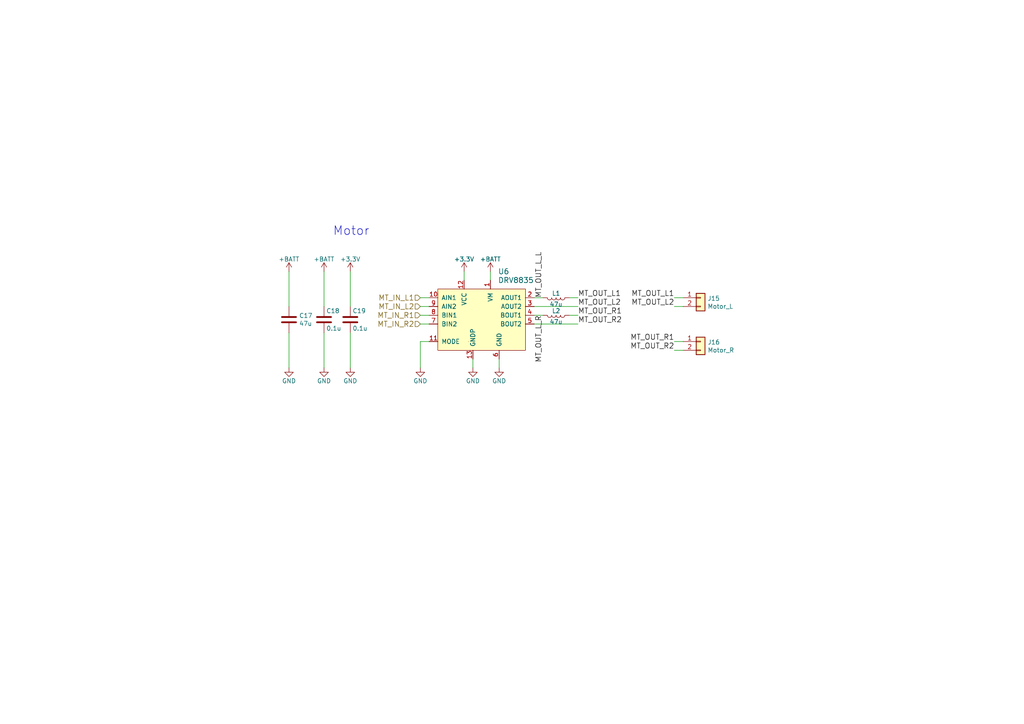
<source format=kicad_sch>
(kicad_sch (version 20230121) (generator eeschema)
  (paper "A4")
  (lib_symbols
    (symbol "Connector_Generic:Conn_01x02" (pin_names (offset 1.016) hide)
      (property "Reference" "J" (at 0 2.54 0))
      (property "Value" "Conn_01x02" (at 0 -5.08 0))
      (symbol "Conn_01x02_1_1"
        (rectangle (start -1.27 -2.413) (end 0 -2.667) (stroke (width 0.1524)))
        (rectangle (start -1.27 0.127) (end 0 -0.127) (stroke (width 0.1524)))
        (rectangle (start -1.27 1.27) (end 1.27 -3.81) (stroke (width 0.254)) (fill (type background)))
        (pin passive line (at -5.08 0 0) (length 3.81) (name "Pin_1") (number "1"))
        (pin passive line (at -5.08 -2.54 0) (length 3.81) (name "Pin_2") (number "2"))
      )
    )
    (symbol "Device:C" (pin_numbers hide) (pin_names (offset 0.254))
      (property "Reference" "C" (at 0.635 2.54 0))
      (property "Value" "C" (at 0.635 -2.54 0))
      (symbol "C_0_1"
        (polyline (pts (xy -2.032 -0.762) (xy 2.032 -0.762)) (stroke (width 0.508)))
        (polyline (pts (xy -2.032 0.762) (xy 2.032 0.762)) (stroke (width 0.508)))
      )
      (symbol "C_1_1"
        (pin passive line (at 0 3.81 270) (length 2.794) (name "~") (number "1"))
        (pin passive line (at 0 -3.81 90) (length 2.794) (name "~") (number "2"))
      )
    )
    (symbol "Device:L" (pin_numbers hide) (pin_names (offset 1.016) hide)
      (property "Reference" "L" (at -1.27 0 90))
      (property "Value" "L" (at 1.905 0 90))
      (symbol "L_0_1"
        (arc (start 0 -2.54) (mid 0.6323 -1.905) (end 0 -1.27))
        (arc (start 0 -1.27) (mid 0.6323 -0.635) (end 0 0))
        (arc (start 0 0) (mid 0.6323 0.635) (end 0 1.27))
        (arc (start 0 1.27) (mid 0.6323 1.905) (end 0 2.54))
      )
      (symbol "L_1_1"
        (pin passive line (at 0 3.81 270) (length 1.27) (name "1") (number "1"))
        (pin passive line (at 0 -3.81 90) (length 1.27) (name "2") (number "2"))
      )
    )
    (symbol "KERISE:DRV8835" (pin_names (offset 1.016))
      (property "Reference" "U" (at -11.43 8.89 0))
      (property "Value" "DRV8835" (at 3.81 8.89 0))
      (symbol "DRV8835_0_1"
        (rectangle (start -12.7 7.62) (end 12.7 -10.16) (fill (type background)))
        (rectangle (start -3.81 -7.62) (end -3.81 -7.62))
      )
      (symbol "DRV8835_1_1"
        (pin power_in line (at 2.54 10.16 270) (length 2.54) (name "VM") (number "1"))
        (pin input line (at -15.24 5.08 0) (length 2.54) (name "AIN1") (number "10"))
        (pin input line (at -15.24 -7.62 0) (length 2.54) (name "MODE") (number "11"))
        (pin power_in line (at -5.08 10.16 270) (length 2.54) (name "VCC") (number "12"))
        (pin power_in line (at -2.54 -12.7 90) (length 2.54) (name "GNDP") (number "13"))
        (pin passive line (at 15.24 5.08 180) (length 2.54) (name "AOUT1") (number "2"))
        (pin passive line (at 15.24 2.54 180) (length 2.54) (name "AOUT2") (number "3"))
        (pin passive line (at 15.24 0 180) (length 2.54) (name "BOUT1") (number "4"))
        (pin passive line (at 15.24 -2.54 180) (length 2.54) (name "BOUT2") (number "5"))
        (pin power_in line (at 5.08 -12.7 90) (length 2.54) (name "GND") (number "6"))
        (pin input line (at -15.24 -2.54 0) (length 2.54) (name "BIN2") (number "7"))
        (pin input line (at -15.24 0 0) (length 2.54) (name "BIN1") (number "8"))
        (pin input line (at -15.24 2.54 0) (length 2.54) (name "AIN2") (number "9"))
      )
    )
    (symbol "power:+3.3V" (power) (pin_names (offset 0))
      (property "Value" "+3.3V" (at 0 3.556 0))
      (symbol "+3.3V_0_1"
        (polyline (pts (xy -0.762 1.27) (xy 0 2.54)))
        (polyline (pts (xy 0 0) (xy 0 2.54)))
        (polyline (pts (xy 0 2.54) (xy 0.762 1.27)))
      )
      (symbol "+3.3V_1_1"
        (pin power_in line (at 0 0 90) (length 0) hide (name "+3.3V") (number "1"))
      )
    )
    (symbol "power:+BATT" (power) (pin_names (offset 0))
      (property "Value" "+BATT" (at 0 3.556 0))
      (symbol "+BATT_0_1"
        (polyline (pts (xy -0.762 1.27) (xy 0 2.54)))
        (polyline (pts (xy 0 0) (xy 0 2.54)))
        (polyline (pts (xy 0 2.54) (xy 0.762 1.27)))
      )
      (symbol "+BATT_1_1"
        (pin power_in line (at 0 0 90) (length 0) hide (name "+BATT") (number "1"))
      )
    )
    (symbol "power:GND" (power) (pin_names (offset 0))
      (property "Value" "GND" (at 0 -3.81 0))
      (symbol "GND_0_1"
        (polyline (pts (xy 0 0) (xy 0 -1.27) (xy 1.27 -1.27) (xy 0 -2.54) (xy -1.27 -1.27) (xy 0 -1.27)))
      )
      (symbol "GND_1_1"
        (pin power_in line (at 0 0 270) (length 0) hide (name "GND") (number "1"))
      )
    )
  )
  (wire (pts (xy 124.46 88.9) (xy 121.92 88.9)))
  (wire (pts (xy 121.92 106.68) (xy 121.92 99.06)))
  (wire (pts (xy 154.94 88.9) (xy 167.64 88.9)))
  (wire (pts (xy 157.48 91.44) (xy 154.94 91.44)))
  (wire (pts (xy 124.46 93.98) (xy 121.92 93.98)))
  (wire (pts (xy 144.78 106.68) (xy 144.78 104.14)))
  (wire (pts (xy 134.62 78.74) (xy 134.62 81.28)))
  (wire (pts (xy 121.92 86.36) (xy 124.46 86.36)))
  (wire (pts (xy 137.16 106.68) (xy 137.16 104.14)))
  (wire (pts (xy 198.12 88.9) (xy 195.58 88.9)))
  (wire (pts (xy 93.98 106.68) (xy 93.98 96.52)))
  (wire (pts (xy 93.98 88.9) (xy 93.98 78.74)))
  (wire (pts (xy 195.58 86.36) (xy 198.12 86.36)))
  (wire (pts (xy 157.48 86.36) (xy 154.94 86.36)))
  (wire (pts (xy 165.1 91.44) (xy 167.64 91.44)))
  (wire (pts (xy 142.24 78.74) (xy 142.24 81.28)))
  (wire (pts (xy 101.6 96.52) (xy 101.6 106.68)))
  (wire (pts (xy 167.64 86.36) (xy 165.1 86.36)))
  (wire (pts (xy 121.92 99.06) (xy 124.46 99.06)))
  (wire (pts (xy 121.92 91.44) (xy 124.46 91.44)))
  (wire (pts (xy 83.82 78.74) (xy 83.82 88.9)))
  (wire (pts (xy 83.82 106.68) (xy 83.82 96.52)))
  (wire (pts (xy 198.12 99.06) (xy 195.58 99.06)))
  (wire (pts (xy 101.6 88.9) (xy 101.6 78.74)))
  (wire (pts (xy 154.94 93.98) (xy 167.64 93.98)))
  (wire (pts (xy 195.58 101.6) (xy 198.12 101.6)))
  (text "Motor" (at 96.52 68.58 0) (effects (font (size 2.54 2.54)) (justify left bottom)))
  (label "MT_OUT_R1" (at 167.64 91.44 0) (effects (font (size 1.524 1.524))))
  (label "MT_OUT_L1" (at 167.64 86.36 0) (effects (font (size 1.524 1.524))))
  (label "MT_OUT_R2" (at 195.58 101.6 180) (effects (font (size 1.524 1.524))))
  (label "MT_OUT_L1" (at 195.58 86.36 180) (effects (font (size 1.524 1.524))))
  (label "MT_OUT_L_L" (at 157.48 86.36 90) (effects (font (size 1.524 1.524))))
  (label "MT_OUT_L2" (at 195.58 88.9 180) (effects (font (size 1.524 1.524))))
  (label "MT_OUT_L2" (at 167.64 88.9 0) (effects (font (size 1.524 1.524))))
  (label "MT_OUT_L_R" (at 157.48 91.44 270) (effects (font (size 1.524 1.524))))
  (label "MT_OUT_R2" (at 167.64 93.98 0) (effects (font (size 1.524 1.524))))
  (label "MT_OUT_R1" (at 195.58 99.06 180) (effects (font (size 1.524 1.524))))
  (hierarchical_label "MT_IN_R2" (shape input) (at 121.92 93.98 180) (effects (font (size 1.524 1.524))))
  (hierarchical_label "MT_IN_L2" (shape input) (at 121.92 88.9 180) (effects (font (size 1.524 1.524))))
  (hierarchical_label "MT_IN_L1" (shape input) (at 121.92 86.36 180) (effects (font (size 1.524 1.524))))
  (hierarchical_label "MT_IN_R1" (shape input) (at 121.92 91.44 180) (effects (font (size 1.524 1.524))))
  (symbol (lib_id "power:GND") (at 121.92 106.68 0) (unit 1)
    (property "Reference" "#PWR039" (effects hide))
    (property "Value" "GND" (at 121.92 110.49 0))
  )
  (symbol (lib_id "Device:C") (at 101.6 92.71 0) (unit 1)
    (property "Reference" "C19" (at 102.235 90.17 0) (effects (justify left)))
    (property "Value" "0.1u" (at 102.235 95.25 0) (effects (justify left)))
    (property "Footprint" "Capacitor_SMD:C_0201_0603Metric" (effects hide))
  )
  (symbol (lib_id "power:+BATT") (at 142.24 78.74 0) (unit 1)
    (property "Reference" "#PWR042" (effects hide))
    (property "Value" "+BATT" (at 142.24 75.184 0))
  )
  (symbol (lib_id "power:+3.3V") (at 134.62 78.74 0) (unit 1)
    (property "Reference" "#PWR040" (effects hide))
    (property "Value" "+3.3V" (at 134.62 75.184 0))
  )
  (symbol (lib_id "power:+3.3V") (at 101.6 78.74 0) (unit 1)
    (property "Reference" "#PWR037" (effects hide))
    (property "Value" "+3.3V" (at 101.6 75.184 0))
  )
  (symbol (lib_id "power:+BATT") (at 93.98 78.74 0) (unit 1)
    (property "Reference" "#PWR035" (effects hide))
    (property "Value" "+BATT" (at 93.98 75.184 0))
  )
  (symbol (lib_id "Device:C") (at 93.98 92.71 0) (unit 1)
    (property "Reference" "C18" (at 94.615 90.17 0) (effects (justify left)))
    (property "Value" "0.1u" (at 94.615 95.25 0) (effects (justify left)))
    (property "Footprint" "Capacitor_SMD:C_0201_0603Metric" (effects hide))
  )
  (symbol (lib_id "Device:L") (at 161.29 86.36 270) (unit 1)
    (property "Reference" "L1" (at 161.29 85.09 90))
    (property "Value" "47u" (at 161.29 88.265 90))
    (property "Footprint" "mouse:L_4018" (effects hide))
  )
  (symbol (lib_id "Device:L") (at 161.29 91.44 270) (unit 1)
    (property "Reference" "L2" (at 161.29 90.17 90))
    (property "Value" "47u" (at 161.29 93.345 90))
    (property "Footprint" "mouse:L_4018" (effects hide))
  )
  (symbol (lib_id "Connector_Generic:Conn_01x02") (at 203.2 86.36 0) (unit 1)
    (property "Reference" "J15" (at 205.2066 86.5632 0) (effects (justify left)))
    (property "Value" "Motor_L" (at 205.2066 88.8746 0) (effects (justify left)))
    (property "Footprint" "mouse:SMD_conn_2" (effects hide))
  )
  (symbol (lib_id "Connector_Generic:Conn_01x02") (at 203.2 99.06 0) (unit 1)
    (property "Reference" "J16" (at 205.232 99.2632 0) (effects (justify left)))
    (property "Value" "Motor_R" (at 205.232 101.5746 0) (effects (justify left)))
    (property "Footprint" "mouse:SMD_conn_2" (effects hide))
  )
  (symbol (lib_id "power:GND") (at 144.78 106.68 0) (unit 1)
    (property "Reference" "#PWR043" (effects hide))
    (property "Value" "GND" (at 144.78 110.49 0))
  )
  (symbol (lib_id "power:GND") (at 101.6 106.68 0) (unit 1)
    (property "Reference" "#PWR038" (effects hide))
    (property "Value" "GND" (at 101.6 110.49 0))
  )
  (symbol (lib_id "power:GND") (at 93.98 106.68 0) (unit 1)
    (property "Reference" "#PWR036" (effects hide))
    (property "Value" "GND" (at 93.98 110.49 0))
  )
  (symbol (lib_id "power:GND") (at 137.16 106.68 0) (unit 1)
    (property "Reference" "#PWR041" (effects hide))
    (property "Value" "GND" (at 137.16 110.49 0))
  )
  (symbol (lib_id "Device:C") (at 83.82 92.71 0) (unit 1)
    (property "Reference" "C17" (at 86.741 91.5416 0) (effects (justify left)))
    (property "Value" "47u" (at 86.741 93.853 0) (effects (justify left)))
    (property "Footprint" "Capacitor_SMD:C_0805_2012Metric" (effects hide))
  )
  (symbol (lib_id "power:GND") (at 83.82 106.68 0) (unit 1)
    (property "Reference" "#PWR034" (effects hide))
    (property "Value" "GND" (at 83.82 110.49 0))
  )
  (symbol (lib_id "power:+BATT") (at 83.82 78.74 0) (unit 1)
    (property "Reference" "#PWR033" (effects hide))
    (property "Value" "+BATT" (at 83.82 75.184 0))
  )
  (symbol (lib_id "KERISE:DRV8835") (at 139.7 91.44 0) (unit 1)
    (property "Reference" "U6" (at 144.4341 78.74 0) (effects (font (size 1.524 1.524)) (justify left)))
    (property "Value" "DRV8835" (at 144.4341 81.28 0) (effects (font (size 1.524 1.524)) (justify left)))
    (property "Footprint" "mouse:DRV8835" (effects hide))
  )
)
</source>
